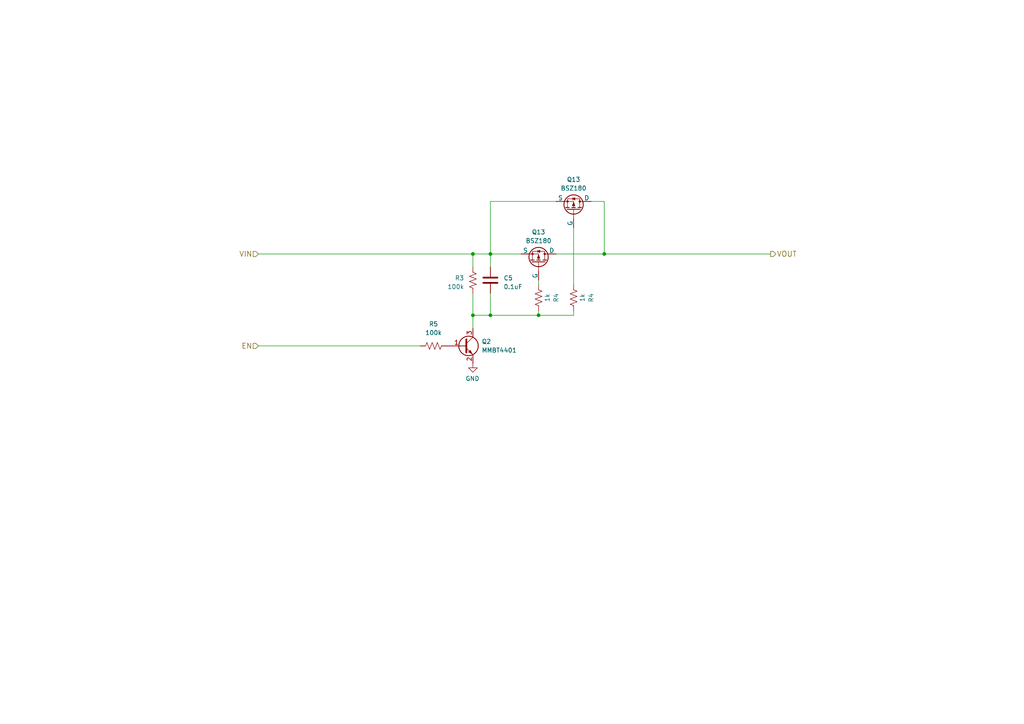
<source format=kicad_sch>
(kicad_sch (version 20230121) (generator eeschema)
  (paper "A4")
  (title_block (title "Foras Promineo Payload Interface") (rev "B") (comment 1 "CH") (comment 2 "CH"))
  (lib_symbols
    (symbol "Device:C" (pin_numbers hide) (pin_names (offset 0.254))
      (property "Reference" "C" (at 0.635 2.54 0))
      (property "Value" "C" (at 0.635 -2.54 0))
      (symbol "C_0_1"
        (polyline (pts (xy -2.032 -0.762) (xy 2.032 -0.762)) (stroke (width 0.508)))
        (polyline (pts (xy -2.032 0.762) (xy 2.032 0.762)) (stroke (width 0.508)))
      )
      (symbol "C_1_1"
        (pin passive line (at 0 3.81 270) (length 2.794) (name "~") (number "1"))
        (pin passive line (at 0 -3.81 90) (length 2.794) (name "~") (number "2"))
      )
    )
    (symbol "Device:Q_NPN_BEC" (pin_names (offset 0) hide)
      (property "Reference" "Q" (at 5.08 1.27 0))
      (property "Value" "Q_NPN_BEC" (at 5.08 -1.27 0))
      (symbol "Q_NPN_BEC_0_1"
        (polyline (pts (xy 0.635 0.635) (xy 2.54 2.54)))
        (polyline (pts (xy 0.635 -0.635) (xy 2.54 -2.54) (xy 2.54 -2.54)))
        (polyline (pts (xy 0.635 1.905) (xy 0.635 -1.905) (xy 0.635 -1.905)) (stroke (width 0.508)))
        (polyline (pts (xy 1.27 -1.778) (xy 1.778 -1.27) (xy 2.286 -2.286) (xy 1.27 -1.778) (xy 1.27 -1.778)) (fill (type outline)))
        (circle (center 1.27 0) (radius 2.8194) (stroke (width 0.254)))
      )
      (symbol "Q_NPN_BEC_1_1"
        (pin input line (at -5.08 0 0) (length 5.715) (name "B") (number "1"))
        (pin passive line (at 2.54 -5.08 90) (length 2.54) (name "E") (number "2"))
        (pin passive line (at 2.54 5.08 270) (length 2.54) (name "C") (number "3"))
      )
    )
    (symbol "Device:R_US" (pin_numbers hide) (pin_names (offset 0))
      (property "Reference" "R" (at 2.54 0 90))
      (property "Value" "R_US" (at -2.54 0 90))
      (symbol "R_US_0_1"
        (polyline (pts (xy 0 -2.286) (xy 0 -2.54)))
        (polyline (pts (xy 0 2.286) (xy 0 2.54)))
        (polyline (pts (xy 0 -0.762) (xy 1.016 -1.143) (xy 0 -1.524) (xy -1.016 -1.905) (xy 0 -2.286)))
        (polyline (pts (xy 0 0.762) (xy 1.016 0.381) (xy 0 0) (xy -1.016 -0.381) (xy 0 -0.762)))
        (polyline (pts (xy 0 2.286) (xy 1.016 1.905) (xy 0 1.524) (xy -1.016 1.143) (xy 0 0.762)))
      )
      (symbol "R_US_1_1"
        (pin passive line (at 0 3.81 270) (length 1.27) (name "~") (number "1"))
        (pin passive line (at 0 -3.81 90) (length 1.27) (name "~") (number "2"))
      )
    )
    (symbol "SierraLobo:BSZ086" (pin_numbers hide) (pin_names (offset 0))
      (property "Reference" "Q" (at 3.556 0 0))
      (property "Value" "BSZ180P03NS3GATMA1" (at 13.716 -2.032 0))
      (symbol "BSZ086_0_1"
        (circle (center -0.889 0) (radius 2.794) (stroke (width 0.254)))
        (circle (center 0 -1.778) (radius 0.254) (fill (type outline)))
        (polyline (pts (xy -2.286 0) (xy -5.08 0)))
        (polyline (pts (xy -2.286 1.905) (xy -2.286 -1.905)) (stroke (width 0.254)))
        (polyline (pts (xy -1.778 -1.27) (xy -1.778 -2.286)) (stroke (width 0.254)))
        (polyline (pts (xy -1.778 0.508) (xy -1.778 -0.508)) (stroke (width 0.254)))
        (polyline (pts (xy -1.778 2.286) (xy -1.778 1.27)) (stroke (width 0.254)))
        (polyline (pts (xy 0 2.54) (xy 0 1.778)))
        (polyline (pts (xy 0 -2.54) (xy 0 0) (xy -1.778 0)))
        (polyline (pts (xy -1.778 -1.778) (xy 0.762 -1.778) (xy 0.762 1.778) (xy -1.778 1.778)))
        (polyline (pts (xy -0.254 0) (xy -1.27 -0.381) (xy -1.27 0.381) (xy -0.254 0)) (fill (type outline)))
        (polyline (pts (xy 1.143 -0.254) (xy 1.143 -0.254) (xy 0.381 -0.254) (xy 0.381 -0.254)))
        (circle (center 0 1.778) (radius 0.254) (fill (type outline)))
      )
      (symbol "BSZ086_1_1"
        (polyline (pts (xy 0.762 -0.254) (xy 1.143 0.381) (xy 0.381 0.381) (xy 0.762 -0.254)) (fill (type outline)))
        (pin passive line (at 0 -5.08 90) (length 2.54) (name "S") (number "1"))
        (pin input line (at -7.62 0 0) (length 2.54) (name "G") (number "4"))
        (pin passive line (at 0 5.08 270) (length 2.54) (name "D") (number "5"))
      )
    )
    (symbol "power:GND" (power) (pin_names (offset 0))
      (property "Value" "GND" (at 0 -3.81 0))
      (symbol "GND_0_1"
        (polyline (pts (xy 0 0) (xy 0 -1.27) (xy 1.27 -1.27) (xy 0 -2.54) (xy -1.27 -1.27) (xy 0 -1.27)))
      )
      (symbol "GND_1_1"
        (pin power_in line (at 0 0 270) (length 0) hide (name "GND") (number "1"))
      )
    )
  )
  (junction (at 142.24 73.66))
  (junction (at 142.24 91.44))
  (junction (at 137.16 73.66))
  (junction (at 175.26 73.66))
  (junction (at 156.21 91.44))
  (junction (at 137.16 91.44))
  (wire (pts (xy 137.16 73.66) (xy 142.24 73.66)))
  (wire (pts (xy 223.52 73.66) (xy 175.26 73.66)))
  (wire (pts (xy 156.21 91.44) (xy 156.21 90.17)))
  (wire (pts (xy 142.24 73.66) (xy 142.24 77.47)))
  (wire (pts (xy 137.16 77.47) (xy 137.16 73.66)))
  (wire (pts (xy 166.37 66.04) (xy 166.37 82.55)))
  (wire (pts (xy 166.37 91.44) (xy 156.21 91.44)))
  (wire (pts (xy 171.45 58.42) (xy 175.26 58.42)))
  (wire (pts (xy 142.24 73.66) (xy 151.13 73.66)))
  (wire (pts (xy 166.37 91.44) (xy 166.37 90.17)))
  (wire (pts (xy 74.93 100.33) (xy 121.92 100.33)))
  (wire (pts (xy 137.16 85.09) (xy 137.16 91.44)))
  (wire (pts (xy 175.26 58.42) (xy 175.26 73.66)))
  (wire (pts (xy 156.21 82.55) (xy 156.21 81.28)))
  (wire (pts (xy 175.26 73.66) (xy 161.29 73.66)))
  (wire (pts (xy 142.24 58.42) (xy 142.24 73.66)))
  (wire (pts (xy 74.93 73.66) (xy 137.16 73.66)))
  (wire (pts (xy 137.16 91.44) (xy 142.24 91.44)))
  (wire (pts (xy 142.24 85.09) (xy 142.24 91.44)))
  (wire (pts (xy 142.24 91.44) (xy 156.21 91.44)))
  (wire (pts (xy 161.29 58.42) (xy 142.24 58.42)))
  (wire (pts (xy 137.16 91.44) (xy 137.16 95.25)))
  (hierarchical_label "VIN" (shape input) (at 74.93 73.66 180) (effects (font (size 1.524 1.524))))
  (hierarchical_label "EN" (shape input) (at 74.93 100.33 180) (effects (font (size 1.524 1.524))))
  (hierarchical_label "VOUT" (shape output) (at 223.52 73.66 0) (effects (font (size 1.524 1.524))))
  (symbol (lib_id "Device:R_US") (at 125.73 100.33 90) (unit 1)
    (property "Reference" "R5" (at 125.73 93.98 90))
    (property "Value" "100k" (at 125.73 96.52 90))
    (property "Footprint" "Resistor_SMD:R_0603_1608Metric" (effects hide))
    (property "Datasheet" "https://www.seielect.com/Catalog/SEI-RMCF_RMCP.pdf" (effects hide))
    (property "Manufacturer" "Stackpole Electronics Inc" (effects hide))
    (property "Description" "RES 100K OHM 1% 1/10W 0603" (effects hide))
    (property "Mfr. Part No" "RMCF0603FT100K" (effects hide))
    (instances (project "payload-interface-board" (path "" (reference "R5") (unit 1)) (path "" (reference "R36") (unit 1)) (path "" (reference "R40") (unit 1))))
  )
  (symbol (lib_id "Device:C") (at 142.24 81.28 0) (unit 1)
    (property "Reference" "C5" (at 146.05 80.645 0) (effects (justify left)))
    (property "Value" "0.1uF" (at 146.05 83.185 0) (effects (justify left)))
    (property "Footprint" "Capacitor_SMD:C_0603_1608Metric" (effects hide))
    (property "Datasheet" "https://product.tdk.com/en/system/files?file=dam/doc/product/capacitor/ceramic/mlcc/catalog/mlcc_automotive_soft_en.pdf" (effects hide))
    (property "Description" "CAP CER 0.1UF 50V X7R 0402" (effects hide))
    (property "Manufacturer" "TDK Corporation" (effects hide))
    (property "Mfr. Part No" "CGA2B3X7R1H104K050BE" (effects hide))
    (instances (project "payload-interface-board" (path "" (reference "C5") (unit 1)) (path "" (reference "C13") (unit 1)) (path "" (reference "C14") (unit 1))))
  )
  (symbol (lib_id "Device:R_US") (at 156.21 86.36 0) (unit 1)
    (property "Reference" "R4" (at 161.29 86.36 90))
    (property "Value" "1k" (at 158.75 86.36 90))
    (property "Footprint" "Resistor_SMD:R_0603_1608Metric" (effects hide))
    (property "Datasheet" "https://www.seielect.com/Catalog/SEI-RMCF_RMCP.pdf" (effects hide))
    (property "Description" "RES 1K OHM 1% 1/10W 0603" (effects hide))
    (property "Manufacturer" "Stackpole Electronics Inc" (effects hide))
    (property "Mfr. Part No" "RMCF0603FG1K00" (effects hide))
    (instances (project "payload-interface-board" (path "" (reference "R4") (unit 1)) (path "" (reference "R34") (unit 1)) (path "" (reference "R38") (unit 1))))
  )
  (symbol (lib_id "power:GND") (at 137.16 105.41 0) (mirror y) (unit 1)
    (property "Reference" "#PWR012" (effects hide))
    (property "Value" "GND" (at 137.033 109.8042 0))
    (instances (project "payload-interface-board" (path "" (reference "#PWR012") (unit 1)) (path "" (reference "#PWR053") (unit 1)) (path "" (reference "#PWR054") (unit 1))))
  )
  (symbol (lib_id "SierraLobo:BSZ086") (at 166.37 58.42 270) (mirror x) (unit 1)
    (property "Reference" "Q13" (at 166.37 52.07 90))
    (property "Value" "BSZ180" (at 166.37 54.61 90))
    (property "Footprint" "SierraLobo:PG-TSDSON-8_3.3x3.3mm" (effects hide))
    (property "Datasheet" "https://www.infineon.com/dgdl/Infineon-BSZ180P03NS3_G-DS-v02_01-en.pdf?fileId=db3a304326dfb13001271f04398f4ec1" (effects hide))
    (property "Description" "MOSFET P-CH 30V 9A/39.6A TSDSON" (effects hide))
    (property "Manufacturer" "Infineon Technologies" (effects hide))
    (property "Mfr. Part No" "BSZ180P03NS3GATMA1" (effects hide))
    (instances (project "mainboard" (path "" (reference "Q13") (unit 1)) (path "" (reference "Q45") (unit 1))) (project "payload-interface-board" (path "" (reference "Q1") (unit 1)) (path "" (reference "Q4") (unit 1)) (path "" (reference "Q7") (unit 1))))
  )
  (symbol (lib_id "Device:Q_NPN_BEC") (at 134.62 100.33 0) (unit 1)
    (property "Reference" "Q2" (at 139.7 99.0599 0) (effects (justify left)))
    (property "Value" "MMBT4401" (at 139.7 101.5999 0) (effects (justify left)))
    (property "Footprint" "Package_TO_SOT_SMD:SOT-323_SC-70" (effects hide))
    (property "Datasheet" "https://www.onsemi.com/pdf/datasheet/mmbt4401wt1-d.pdf" (effects hide))
    (property "Description" "TRANS NPN 40V 0.6A SC70-3" (effects hide))
    (property "Manufacturer" "onsemi" (effects hide))
    (property "Mfr. Part No" "MMBT4401WT1G" (effects hide))
    (instances (project "payload-interface-board" (path "" (reference "Q2") (unit 1)) (path "" (reference "Q6") (unit 1)) (path "" (reference "Q9") (unit 1))))
  )
  (symbol (lib_id "Device:R_US") (at 166.37 86.36 0) (unit 1)
    (property "Reference" "R4" (at 171.45 86.36 90))
    (property "Value" "1k" (at 168.91 86.36 90))
    (property "Footprint" "Resistor_SMD:R_0603_1608Metric" (effects hide))
    (property "Datasheet" "https://www.seielect.com/Catalog/SEI-RMCF_RMCP.pdf" (effects hide))
    (property "Description" "RES 1K OHM 1% 1/10W 0603" (effects hide))
    (property "Manufacturer" "Stackpole Electronics Inc" (effects hide))
    (property "Mfr. Part No" "RMCF0603FG1K00" (effects hide))
    (instances (project "payload-interface-board" (path "" (reference "R4") (unit 1)) (path "" (reference "R35") (unit 1)) (path "" (reference "R39") (unit 1))))
  )
  (symbol (lib_id "SierraLobo:BSZ086") (at 156.21 73.66 270) (mirror x) (unit 1)
    (property "Reference" "Q13" (at 156.21 67.31 90))
    (property "Value" "BSZ180" (at 156.21 69.85 90))
    (property "Footprint" "SierraLobo:PG-TSDSON-8_3.3x3.3mm" (effects hide))
    (property "Datasheet" "https://www.infineon.com/dgdl/Infineon-BSZ180P03NS3_G-DS-v02_01-en.pdf?fileId=db3a304326dfb13001271f04398f4ec1" (effects hide))
    (property "Description" "MOSFET P-CH 30V 9A/39.6A TSDSON" (effects hide))
    (property "Manufacturer" "Infineon Technologies" (effects hide))
    (property "Mfr. Part No" "BSZ180P03NS3GATMA1" (effects hide))
    (instances (project "mainboard" (path "" (reference "Q13") (unit 1)) (path "" (reference "Q45") (unit 1))) (project "payload-interface-board" (path "" (reference "Q1") (unit 1)) (path "" (reference "Q5") (unit 1)) (path "" (reference "Q8") (unit 1))))
  )
  (symbol (lib_id "Device:R_US") (at 137.16 81.28 0) (unit 1)
    (property "Reference" "R3" (at 134.62 80.645 0) (effects (justify right)))
    (property "Value" "100k" (at 134.62 83.185 0) (effects (justify right)))
    (property "Footprint" "Resistor_SMD:R_0603_1608Metric" (effects hide))
    (property "Datasheet" "https://www.seielect.com/Catalog/SEI-RMCF_RMCP.pdf" (effects hide))
    (property "Manufacturer" "Stackpole Electronics Inc" (effects hide))
    (property "Description" "RES 100K OHM 1% 1/10W 0603" (effects hide))
    (property "Mfr. Part No" "RMCF0603FT100K" (effects hide))
    (instances (project "payload-interface-board" (path "" (reference "R3") (unit 1)) (path "" (reference "R33") (unit 1)) (path "" (reference "R37") (unit 1))))
  )
)
</source>
